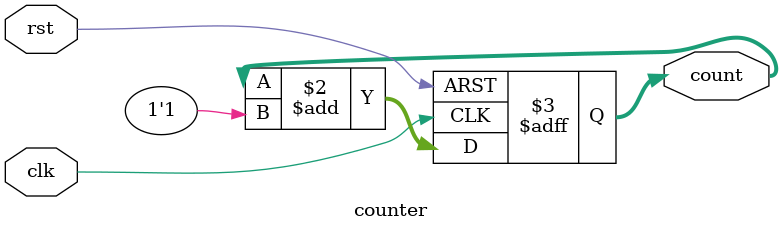
<source format=v>

module counter (
  input  wire       clk,
  input  wire       rst,
  output reg [7:0]  count
);

  always @(posedge clk or posedge rst) begin
    if (rst)
      count <= 8'd0;
    else
      count <= count + 1'b1;
  end

endmodule

</source>
